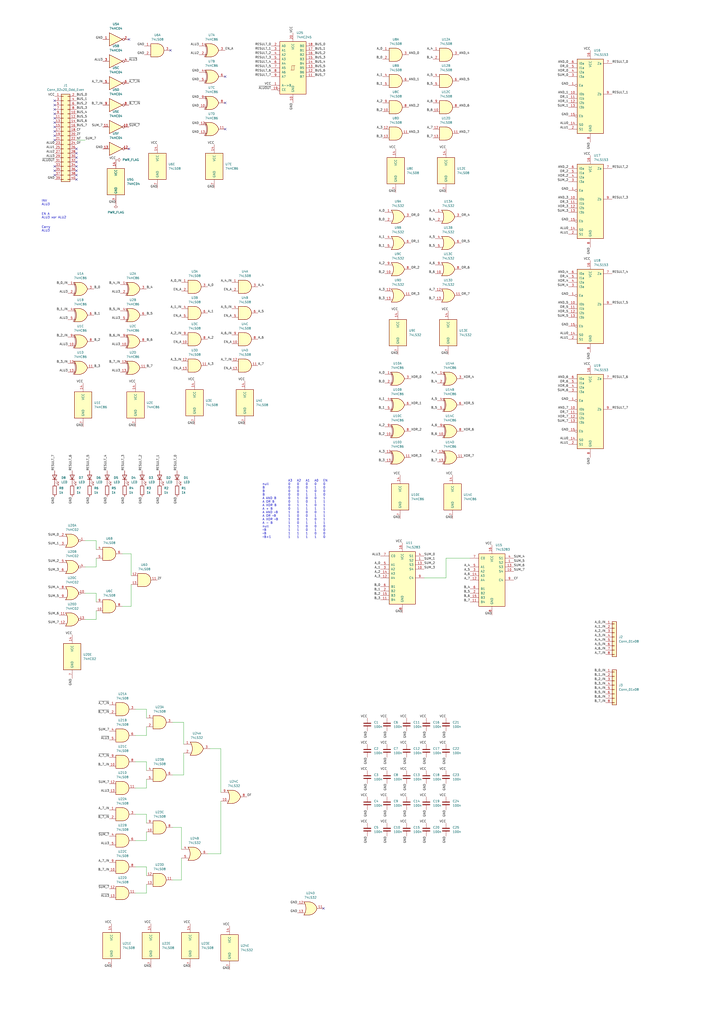
<source format=kicad_sch>
(kicad_sch (version 20211123) (generator eeschema)
  (paper "A2" portrait)
  (no_connect (at 130.81 59.69))
  (no_connect (at 130.81 44.45))
  (no_connect (at 130.81 74.93))
  (no_connect (at 31.75 73.66))
  (no_connect (at 31.75 71.12))
  (no_connect (at 31.75 68.58))
  (no_connect (at 31.75 78.74))
  (no_connect (at 31.75 76.2))
  (no_connect (at 31.75 66.04))
  (no_connect (at 31.75 63.5))
  (no_connect (at 31.75 60.96))
  (no_connect (at 44.45 91.44))
  (no_connect (at 44.45 88.9))
  (no_connect (at 44.45 86.36))
  (no_connect (at 31.75 81.28))
  (no_connect (at 44.45 99.06))
  (no_connect (at 44.45 96.52))
  (no_connect (at 44.45 93.98))
  (no_connect (at 31.75 96.52))
  (no_connect (at 99.06 29.21))
  (no_connect (at 74.93 22.86))
  (no_connect (at 187.96 527.05))
  (no_connect (at 44.45 104.14))
  (no_connect (at 31.75 101.6))
  (no_connect (at 31.75 99.06))
  (no_connect (at 31.75 58.42))
  (no_connect (at 74.93 86.36))
  (no_connect (at 44.45 101.6))
  (wire (pts (xy 55.88 313.69) (xy 55.88 318.77)))
  (wire (pts (xy 85.09 482.6) (xy 85.09 487.68)))
  (wire (pts (xy 128.27 434.34) (xy 121.92 434.34)))
  (wire (pts (xy 128.27 464.82) (xy 128.27 495.3)))
  (wire (pts (xy 76.2 351.79) (xy 76.2 339.09)))
  (wire (pts (xy 78.74 411.48) (xy 85.09 411.48)))
  (wire (pts (xy 85.09 452.12) (xy 85.09 457.2)))
  (wire (pts (xy 259.08 323.85) (xy 273.05 323.85)))
  (wire (pts (xy 78.74 441.96) (xy 85.09 441.96)))
  (wire (pts (xy 85.09 411.48) (xy 85.09 416.56)))
  (wire (pts (xy 76.2 321.31) (xy 76.2 334.01)))
  (wire (pts (xy 100.33 480.06) (xy 105.41 480.06)))
  (wire (pts (xy 259.08 335.28) (xy 259.08 323.85)))
  (wire (pts (xy 85.09 518.16) (xy 78.74 518.16)))
  (wire (pts (xy 105.41 497.84) (xy 105.41 510.54)))
  (wire (pts (xy 85.09 472.44) (xy 85.09 477.52)))
  (wire (pts (xy 106.68 419.1) (xy 100.33 419.1)))
  (wire (pts (xy 44.45 81.28) (xy 49.53 81.28)))
  (wire (pts (xy 85.09 487.68) (xy 78.74 487.68)))
  (wire (pts (xy 85.09 457.2) (xy 78.74 457.2)))
  (wire (pts (xy 49.53 328.93) (xy 55.88 328.93)))
  (wire (pts (xy 49.53 313.69) (xy 55.88 313.69)))
  (wire (pts (xy 106.68 431.8) (xy 106.68 419.1)))
  (wire (pts (xy 105.41 480.06) (xy 105.41 492.76)))
  (wire (pts (xy 55.88 328.93) (xy 55.88 323.85)))
  (wire (pts (xy 105.41 510.54) (xy 100.33 510.54)))
  (wire (pts (xy 106.68 449.58) (xy 100.33 449.58)))
  (wire (pts (xy 246.38 335.28) (xy 259.08 335.28)))
  (wire (pts (xy 128.27 459.74) (xy 128.27 434.34)))
  (wire (pts (xy 85.09 513.08) (xy 85.09 518.16)))
  (wire (pts (xy 55.88 344.17) (xy 55.88 349.25)))
  (wire (pts (xy 106.68 436.88) (xy 106.68 449.58)))
  (wire (pts (xy 71.12 321.31) (xy 76.2 321.31)))
  (wire (pts (xy 85.09 502.92) (xy 85.09 508)))
  (wire (pts (xy 85.09 441.96) (xy 85.09 447.04)))
  (wire (pts (xy 55.88 359.41) (xy 55.88 354.33)))
  (wire (pts (xy 85.09 421.64) (xy 85.09 426.72)))
  (wire (pts (xy 128.27 495.3) (xy 120.65 495.3)))
  (wire (pts (xy 78.74 472.44) (xy 85.09 472.44)))
  (wire (pts (xy 49.53 344.17) (xy 55.88 344.17)))
  (wire (pts (xy 78.74 502.92) (xy 85.09 502.92)))
  (wire (pts (xy 71.12 351.79) (xy 76.2 351.79)))
  (wire (pts (xy 49.53 359.41) (xy 55.88 359.41)))
  (wire (pts (xy 85.09 426.72) (xy 78.74 426.72)))
  (text "Carry\nALU3" (at 24.13 134.62 0) (effects (font (size 1.27 1.27)) (justify left bottom)))
  (text "EN A\nALU3 xor ALU2" (at 24.13 127 0) (effects (font (size 1.27 1.27)) (justify left bottom)))
  (text "INV\nALU3" (at 24.13 119.38 0) (effects (font (size 1.27 1.27)) (justify left bottom)))
  (text "			A3	A2	A1	A0	EN\nnull		0	0	0	0	0\nB			0	0	0	1	0\nB			0	0	1	0	0\nB			0	0	1	1	0\nA AND B		0	1	0	0	1\nA OR B		0	1	0	1	1\nA XOR B		0	1	1	0	1\nA + B		0	1	1	1	1\nA AND ~B	1	0	0	0	1\nA OR ~B		1	0	0	1	1\nA XOR ~B	1	0	1	0	1\nA - B		1	0	1	1	1\nnull		1	1	0	0	0\n~B			1	1	0	1	0\n~B			1	1	1	0	0\n~B+1		1	1	1	1	0\n" (at 152.4 312.42 0) (effects (font (size 1.27 1.27)) (justify left bottom)))
  (label "ALU3" (at 31.75 91.44 180))
  (label "B_3" (at 54.61 213.36 0))
  (label "B_0" (at 222.25 34.29 180))
  (label "OR_7" (at 330.2 240.03 180))
  (label "VCC" (at 231.14 180.34 180))
  (label "XOR_4" (at 330.2 163.83 180))
  (label "SUM_4" (at 298.45 323.85 0))
  (label "A_4_IN" (at 351.79 372.11 180))
  (label "SUM_5" (at 330.2 184.15 180))
  (label "GND" (at 124.46 109.22 180))
  (label "B_4_IN" (at 69.85 165.1 180))
  (label "A_2" (at 223.52 247.65 180))
  (label "GND" (at 115.57 57.15 180))
  (label "B_3" (at 222.25 80.01 180))
  (label "A_3" (at 223.52 262.89 180))
  (label "GND" (at 67.31 118.11 180))
  (label "VCC" (at 342.9 90.17 180))
  (label "A_3" (at 222.25 74.93 180))
  (label "B_3" (at 223.52 267.97 180))
  (label "A_1" (at 120.65 181.61 0))
  (label "A_7_IN" (at 63.5 500.38 180))
  (label "AND_7" (at 330.2 237.49 180))
  (label "A_4" (at 251.46 29.21 180))
  (label "VCC" (at 229.87 86.36 180))
  (label "B_7_IN" (at 351.79 407.67 180))
  (label "A_4" (at 273.05 328.93 180))
  (label "GND" (at 213.36 454.66 270))
  (label "~{ALU3}" (at 63.5 520.7 180))
  (label "B_6" (at 254 252.73 180))
  (label "AND_6" (at 330.2 219.71 180))
  (label "SUM_1" (at 246.38 325.12 0))
  (label "B_5" (at 85.09 182.88 0))
  (label "B_6_IN" (at 69.85 195.58 180))
  (label "XOR_1" (at 238.76 234.95 0))
  (label "ALU3" (at 39.37 200.66 180))
  (label "VCC" (at 247.65 477.52 180))
  (label "A_7" (at 149.86 212.09 0))
  (label "B_6" (at 273.05 346.71 180))
  (label "VCC" (at 260.35 180.34 180))
  (label "B_2_IN" (at 351.79 394.97 180))
  (label "A_0" (at 120.65 166.37 0))
  (label "GND" (at 342.9 204.47 270))
  (label "OR_5" (at 330.2 179.07 180))
  (label "A_0_IN" (at 351.79 361.95 180))
  (label "GND" (at 213.36 424.18 270))
  (label "RESULT_5" (at 52.07 273.05 90))
  (label "VCC" (at 133.35 537.21 180))
  (label "~{SUM_7}" (at 63.5 485.14 180))
  (label "VCC" (at 87.63 535.94 180))
  (label "GND" (at 260.35 205.74 180))
  (label "ALU3" (at 69.85 215.9 180))
  (label "AND_5" (at 266.7 46.99 0))
  (label "RESULT_5" (at 355.6 176.53 0))
  (label "EN_A" (at 105.41 184.15 180))
  (label "OR_3" (at 238.76 171.45 0))
  (label "ALU2" (at 115.57 31.75 180))
  (label "A_7" (at 254 262.89 180))
  (label "B_0_IN" (at 351.79 389.89 180))
  (label "VCC" (at 113.03 220.98 180))
  (label "B_0" (at 223.52 128.27 180))
  (label "BUS_6" (at 182.88 41.91 0))
  (label "XOR_3" (at 238.76 265.43 0))
  (label "B_1" (at 223.52 143.51 180))
  (label "ALU3" (at 69.85 170.18 180))
  (label "GND" (at 236.22 469.9 270))
  (label "BUS_5" (at 182.88 39.37 0))
  (label "A_6" (at 273.05 334.01 180))
  (label "GND" (at 259.08 454.66 270))
  (label "GND" (at 236.22 439.42 270))
  (label "GND" (at 236.22 454.66 270))
  (label "A_7" (at 273.05 336.55 180))
  (label "XOR_3" (at 330.2 120.65 180))
  (label "~{ALU3}" (at 74.93 35.56 0))
  (label "VCC" (at 48.26 222.25 180))
  (label "B_4" (at 251.46 34.29 180))
  (label "VCC" (at 259.08 447.04 180))
  (label "VCC" (at 213.36 431.8 180))
  (label "XOR_5" (at 269.24 234.95 0))
  (label "SUM_3" (at 34.29 331.47 180))
  (label "GND" (at 82.55 288.29 270))
  (label "BUS_2" (at 44.45 60.96 0))
  (label "A_0" (at 223.52 123.19 180))
  (label "B_5_IN" (at 69.85 180.34 180))
  (label "GND" (at 115.57 77.47 180))
  (label "RESULT_0" (at 102.87 273.05 90))
  (label "A_2_IN" (at 105.41 194.31 180))
  (label "VCC" (at 91.44 83.82 180))
  (label "A_7_IN" (at 63.5 469.9 180))
  (label "BUS_4" (at 182.88 36.83 0))
  (label "GND" (at 91.44 109.22 180))
  (label "SUM_1" (at 34.29 316.23 180))
  (label "GND" (at 213.36 485.14 270))
  (label "SUM_3" (at 330.2 123.19 180))
  (label "XOR_1" (at 330.2 59.69 180))
  (label "B_2" (at 220.98 345.44 180))
  (label "AND_2" (at 330.2 97.79 180))
  (label "BUS_0" (at 44.45 55.88 0))
  (label "A_6_IN" (at 134.62 194.31 180))
  (label "B_5" (at 254 237.49 180))
  (label "SUM_7" (at 298.45 331.47 0))
  (label "BUS_2" (at 182.88 31.75 0))
  (label "A_2" (at 222.25 59.69 180))
  (label "RESULT_1" (at 92.71 273.05 90))
  (label "B_7" (at 273.05 349.25 180))
  (label "B_0" (at 220.98 340.36 180))
  (label "GND" (at 41.91 288.29 270))
  (label "BUS_3" (at 182.88 34.29 0))
  (label "GND" (at 259.08 424.18 270))
  (label "GND" (at 170.18 59.69 270))
  (label "GND" (at 247.65 469.9 270))
  (label "B_7" (at 252.73 173.99 180))
  (label "ALU0" (at 330.2 255.27 180))
  (label "A_3" (at 220.98 335.28 180))
  (label "GND" (at 115.57 72.39 180))
  (label "B_0" (at 223.52 222.25 180))
  (label "OR_1" (at 238.76 140.97 0))
  (label "SUM_7" (at 34.29 361.95 180))
  (label "SUM_4" (at 34.29 341.63 180))
  (label "RESULT_2" (at 157.48 31.75 180))
  (label "A_4" (at 149.86 166.37 0))
  (label "GND" (at 115.57 46.99 180))
  (label "GND" (at 83.82 26.67 180))
  (label "~{ALUOUT}" (at 31.75 93.98 180))
  (label "B_1_IN" (at 39.37 180.34 180))
  (label "OR_6" (at 330.2 222.25 180))
  (label "VCC" (at 259.08 86.36 180))
  (label "GND" (at 213.36 439.42 270))
  (label "XOR_0" (at 238.76 219.71 0))
  (label "EN_A" (at 105.41 199.39 180))
  (label "VCC" (at 247.65 416.56 180))
  (label "CF" (at 298.45 336.55 0))
  (label "VCC" (at 78.74 222.25 180))
  (label "EN_A" (at 134.62 184.15 180))
  (label "A_2_IN" (at 351.79 367.03 180))
  (label "EN_A" (at 134.62 214.63 180))
  (label "B_3_IN" (at 351.79 397.51 180))
  (label "RESULT_7" (at 355.6 237.49 0))
  (label "BUS_3" (at 44.45 63.5 0))
  (label "ALU3" (at 39.37 215.9 180))
  (label "GND" (at 92.71 288.29 270))
  (label "EN_A" (at 134.62 168.91 180))
  (label "OR_4" (at 330.2 161.29 180))
  (label "ALU0" (at 330.2 133.35 180))
  (label "A_5" (at 251.46 44.45 180))
  (label "ALU3" (at 220.98 322.58 180))
  (label "B_7" (at 85.09 213.36 0))
  (label "SUM_6" (at 330.2 227.33 180))
  (label "B_2_IN" (at 39.37 195.58 180))
  (label "SUM_6" (at 34.29 356.87 180))
  (label "AND_3" (at 237.49 77.47 0))
  (label "B_7_IN" (at 59.69 60.96 180))
  (label "SUM_4" (at 330.2 166.37 180))
  (label "VCC" (at 31.75 55.88 180))
  (label "SUM_0" (at 34.29 311.15 180))
  (label "B_5" (at 251.46 49.53 180))
  (label "ALU0" (at 330.2 194.31 180))
  (label "VCC" (at 224.79 431.8 180))
  (label "GND" (at 247.65 485.14 270))
  (label "GND" (at 259.08 469.9 270))
  (label "A_4" (at 254 217.17 180))
  (label "GND" (at 342.9 143.51 270))
  (label "GND" (at 64.77 561.34 180))
  (label "VCC" (at 224.79 416.56 180))
  (label "VCC" (at 259.08 477.52 180))
  (label "VCC" (at 110.49 535.94 180))
  (label "A_6" (at 149.86 196.85 0))
  (label "OR_5" (at 267.97 140.97 0))
  (label "ALU1" (at 330.2 257.81 180))
  (label "VCC" (at 224.79 462.28 180))
  (label "GND" (at 330.2 49.53 180))
  (label "GND" (at 233.68 355.6 180))
  (label "~{A_7_IN}" (at 74.93 48.26 0))
  (label "BUS_1" (at 44.45 58.42 0))
  (label "B_0_IN" (at 39.37 165.1 180))
  (label "A_5" (at 273.05 331.47 180))
  (label "RESULT_6" (at 355.6 219.71 0))
  (label "B_7" (at 251.46 80.01 180))
  (label "CF" (at 44.45 76.2 0))
  (label "GND" (at 113.03 246.38 180))
  (label "OR_2" (at 330.2 100.33 180))
  (label "B_5" (at 273.05 344.17 180))
  (label "A_7" (at 251.46 74.93 180))
  (label "ALU3" (at 69.85 200.66 180))
  (label "A_1" (at 223.52 232.41 180))
  (label "B_4" (at 273.05 341.63 180))
  (label "~{A_7_IN}" (at 63.5 408.94 180))
  (label "A_5" (at 149.86 181.61 0))
  (label "B_1_IN" (at 351.79 392.43 180))
  (label "XOR_0" (at 330.2 41.91 180))
  (label "A_4_IN" (at 134.62 163.83 180))
  (label "BUS_4" (at 44.45 66.04 0))
  (label "NF" (at 44.45 81.28 0))
  (label "VCC" (at 236.22 431.8 180))
  (label "VCC" (at 232.41 275.59 180))
  (label "B_1" (at 222.25 49.53 180))
  (label "BUS_1" (at 182.88 29.21 0))
  (label "A_7_IN" (at 134.62 209.55 180))
  (label "OR_6" (at 267.97 156.21 0))
  (label "VCC" (at 213.36 447.04 180))
  (label "~{SUM_7}" (at 63.5 515.62 180))
  (label "XOR_7" (at 269.24 265.43 0))
  (label "EN_A" (at 134.62 199.39 180))
  (label "ALU2" (at 31.75 88.9 180))
  (label "A_2" (at 220.98 332.74 180))
  (label "A_1" (at 223.52 138.43 180))
  (label "GND" (at 232.41 300.99 180))
  (label "A_2" (at 223.52 153.67 180))
  (label "ALU3" (at 69.85 185.42 180))
  (label "SUM_0" (at 246.38 322.58 0))
  (label "B_4" (at 85.09 167.64 0))
  (label "AND_4" (at 330.2 158.75 180))
  (label "RESULT_3" (at 355.6 115.57 0))
  (label "A_7_IN" (at 59.69 48.26 180))
  (label "GND" (at 172.72 529.59 180))
  (label "GND" (at 31.75 104.14 180))
  (label "A_6" (at 252.73 153.67 180))
  (label "GND" (at 224.79 469.9 270))
  (label "B_7" (at 254 267.97 180))
  (label "VCC" (at 236.22 462.28 180))
  (label "B_6" (at 251.46 64.77 180))
  (label "VCC" (at 342.9 212.09 180))
  (label "B_1" (at 223.52 237.49 180))
  (label "VCC" (at 236.22 447.04 180))
  (label "ALU0" (at 330.2 72.39 180))
  (label "ALU3" (at 59.69 35.56 180))
  (label "A_5" (at 254 232.41 180))
  (label "GND" (at 231.14 205.74 180))
  (label "SUM_6" (at 298.45 328.93 0))
  (label "~{ALUOUT}" (at 157.48 52.07 180))
  (label "AND_6" (at 266.7 62.23 0))
  (label "GND" (at 342.9 265.43 270))
  (label "ALU3" (at 63.5 490.22 180))
  (label "A_0_IN" (at 105.41 163.83 180))
  (label "A_5_IN" (at 351.79 374.65 180))
  (label "GND" (at 59.69 22.86 180))
  (label "BUS_6" (at 44.45 71.12 0))
  (label "A_3_IN" (at 105.41 209.55 180))
  (label "AND_7" (at 266.7 77.47 0))
  (label "~{B_7_IN}" (at 74.93 60.96 0))
  (label "OF" (at 44.45 83.82 0))
  (label "ALU1" (at 330.2 74.93 180))
  (label "VCC" (at 236.22 416.56 180))
  (label "VCC" (at 247.65 447.04 180))
  (label "B_2" (at 223.52 252.73 180))
  (label "GND" (at 330.2 67.31 180))
  (label "A_1" (at 222.25 44.45 180))
  (label "A_3" (at 120.65 212.09 0))
  (label "A_0" (at 223.52 217.17 180))
  (label "GND" (at 142.24 246.38 180))
  (label "XOR_6" (at 269.24 250.19 0))
  (label "GND" (at 285.75 356.87 180))
  (label "SUM_2" (at 246.38 327.66 0))
  (label "B_5" (at 252.73 143.51 180))
  (label "VCC" (at 213.36 462.28 180))
  (label "GND" (at 52.07 288.29 270))
  (label "GND" (at 59.69 86.36 180))
  (label "ZF" (at 44.45 78.74 0))
  (label "~{SUM_7}" (at 74.93 73.66 0))
  (label "RESULT_7" (at 157.48 44.45 180))
  (label "B_6" (at 252.73 158.75 180))
  (label "GND" (at 330.2 189.23 180))
  (label "RESULT_1" (at 355.6 54.61 0))
  (label "AND_0" (at 237.49 31.75 0))
  (label "AND_1" (at 330.2 54.61 180))
  (label "SUM_7" (at 63.5 454.66 180))
  (label "GND" (at 172.72 524.51 180))
  (label "B_2" (at 54.61 198.12 0))
  (label "SUM_7" (at 63.5 424.18 180))
  (label "VCC" (at 342.9 151.13 180))
  (label "OR_2" (at 238.76 156.21 0))
  (label "SUM_3" (at 246.38 330.2 0))
  (label "GND" (at 115.57 41.91 180))
  (label "A_5" (at 252.73 138.43 180))
  (label "VCC" (at 213.36 416.56 180))
  (label "RESULT_3" (at 157.48 34.29 180))
  (label "B_7_IN" (at 63.5 505.46 180))
  (label "B_7_IN" (at 69.85 210.82 180))
  (label "SUM_1" (at 330.2 62.23 180))
  (label "GND" (at 133.35 562.61 180))
  (label "B_4" (at 254 222.25 180))
  (label "GND" (at 247.65 454.66 270))
  (label "GND" (at 48.26 247.65 180))
  (label "EN_A" (at 130.81 29.21 0))
  (label "~{ALU3}" (at 63.5 429.26 180))
  (label "GND" (at 330.2 110.49 180))
  (label "VCC" (at 213.36 477.52 180))
  (label "VCC" (at 259.08 416.56 180))
  (label "RESULT_0" (at 355.6 36.83 0))
  (label "A_7_IN" (at 351.79 379.73 180))
  (label "VCC" (at 259.08 431.8 180))
  (label "OR_0" (at 238.76 125.73 0))
  (label "A_6" (at 254 247.65 180))
  (label "RESULT_0" (at 157.48 26.67 180))
  (label "RESULT_2" (at 355.6 97.79 0))
  (label "ALU3" (at 39.37 170.18 180))
  (label "VCC" (at 285.75 316.23 180))
  (label "GND" (at 224.79 454.66 270))
  (label "GND" (at 62.23 288.29 270))
  (label "RESULT_2" (at 82.55 273.05 90))
  (label "GND" (at 224.79 424.18 270))
  (label "~{B_7_IN}" (at 63.5 474.98 180))
  (label "A_1" (at 220.98 330.2 180))
  (label "ALU1" (at 330.2 135.89 180))
  (label "ALU1" (at 31.75 86.36 180))
  (label "BUS_5" (at 44.45 68.58 0))
  (label "RESULT_5" (at 157.48 39.37 180))
  (label "VCC" (at 259.08 462.28 180))
  (label "VCC" (at 64.77 535.94 180))
  (label "A_6_IN" (at 351.79 377.19 180))
  (label "B_2" (at 223.52 158.75 180))
  (label "VCC" (at 170.18 19.05 90))
  (label "GND" (at 259.08 111.76 180))
  (label "GND" (at 330.2 128.27 180))
  (label "VCC" (at 124.46 83.82 180))
  (label "A_2" (at 120.65 196.85 0))
  (label "B_0" (at 54.61 167.64 0))
  (label "GND" (at 87.63 561.34 180))
  (label "GND" (at 224.79 439.42 270))
  (label "SUM_7" (at 49.53 81.28 0))
  (label "VCC" (at 67.31 92.71 180))
  (label "GND" (at 330.2 250.19 180))
  (label "SUM_5" (at 34.29 346.71 180))
  (label "GND" (at 83.82 31.75 180))
  (label "B_1" (at 54.61 182.88 0))
  (label "RESULT_3" (at 72.39 273.05 90))
  (label "GND" (at 247.65 439.42 270))
  (label "A_1_IN" (at 105.41 179.07 180))
  (label "VCC" (at 247.65 462.28 180))
  (label "SUM_5" (at 298.45 326.39 0))
  (label "OR_4" (at 267.97 125.73 0))
  (label "ALU3" (at 63.5 459.74 180))
  (label "SUM_7" (at 59.69 73.66 180))
  (label "~{B_7_IN}" (at 63.5 414.02 180))
  (label "RESULT_4" (at 62.23 273.05 90))
  (label "GND" (at 102.87 288.29 270))
  (label "XOR_2" (at 330.2 102.87 180))
  (label "GND" (at 72.39 288.29 270))
  (label "XOR_4" (at 269.24 219.71 0))
  (label "GND" (at 330.2 171.45 180))
  (label "A_1_IN" (at 351.79 364.49 180))
  (label "EN_A" (at 105.41 214.63 180))
  (label "ALU0" (at 31.75 83.82 180))
  (label "A_0" (at 222.25 29.21 180))
  (label "AND_1" (at 237.49 46.99 0))
  (label "BUS_7" (at 182.88 44.45 0))
  (label "EN_A" (at 105.41 168.91 180))
  (label "A_6" (at 251.46 59.69 180))
  (label "OR_3" (at 330.2 118.11 180))
  (label "SUM_7" (at 330.2 245.11 180))
  (label "GND" (at 78.74 247.65 180))
  (label "A_7" (at 252.73 168.91 180))
  (label "ALU1" (at 330.2 196.85 180))
  (label "BUS_7" (at 44.45 73.66 0))
  (label "XOR_5" (at 330.2 181.61 180))
  (label "ZF" (at 91.44 336.55 0))
  (label "B_3" (at 223.52 173.99 180))
  (label "GND" (at 229.87 111.76 180))
  (label "B_6" (at 85.09 198.12 0))
  (label "B_4_IN" (at 351.79 400.05 180))
  (label "B_2" (at 222.25 64.77 180))
  (label "AND_2" (at 237.49 62.23 0))
  (label "SUM_0" (at 330.2 44.45 180))
  (label "A_3" (at 223.52 168.91 180))
  (label "VCC" (at 224.79 447.04 180))
  (label "A_0" (at 220.98 327.66 180))
  (label "ALU3" (at 115.57 26.67 180))
  (label "XOR_6" (at 330.2 224.79 180))
  (label "GND" (at 330.2 232.41 180))
  (label "B_5_IN" (at 351.79 402.59 180))
  (label "B_7_IN" (at 63.5 444.5 180))
  (label "VCC" (at 142.24 220.98 180))
  (label "B_3_IN" (at 39.37 210.82 180))
  (label "VCC" (at 342.9 29.21 180))
  (label "GND" (at 115.57 62.23 180))
  (label "XOR_2" (at 238.76 250.19 0))
  (label "SUM_2" (at 330.2 105.41 180))
  (label "AND_5" (at 330.2 176.53 180))
  (label "GND" (at 41.91 393.7 270))
  (label "B_1" (at 220.98 342.9 180))
  (label "B_3" (at 220.98 347.98 180))
  (label "BUS_0" (at 182.88 26.67 0))
  (label "GND" (at 236.22 424.18 270))
  (label "A_5_IN" (at 134.62 179.07 180))
  (label "VCC" (at 233.68 314.96 180))
  (label "A_3_IN" (at 351.79 369.57 180))
  (label "VCC" (at 262.89 275.59 180))
  (label "GND" (at 342.9 82.55 270))
  (label "AND_3" (at 330.2 115.57 180))
  (label "RESULT_1" (at 157.48 29.21 180))
  (label "VCC" (at 236.22 477.52 180))
  (label "GND" (at 262.89 300.99 180))
  (label "OF" (at 143.51 462.28 0))
  (label "XOR_7" (at 330.2 242.57 180))
  (label "GND" (at 224.79 485.14 270))
  (label "VCC" (at 224.79 477.52 180))
  (label "ALU3" (at 39.37 185.42 180))
  (label "AND_0" (at 330.2 36.83 180))
  (label "OR_7" (at 267.97 171.45 0))
  (label "GND" (at 213.36 469.9 270))
  (label "RESULT_7" (at 31.75 273.05 90))
  (label "~{A_7_IN}" (at 63.5 439.42 180))
  (label "VCC" (at 157.48 49.53 180))
  (label "GND" (at 259.08 485.14 270))
  (label "VCC" (at 41.91 368.3 180))
  (label "RESULT_6" (at 41.91 273.05 90))
  (label "AND_4" (at 266.7 31.75 0))
  (label "GND" (at 31.75 288.29 270))
  (label "GND" (at 247.65 424.18 270))
  (label "GND" (at 236.22 485.14 270))
  (label "RESULT_6" (at 157.48 41.91 180))
  (label "A_4" (at 252.73 123.19 180))
  (label "RESULT_4" (at 355.6 158.75 0))
  (label "SUM_2" (at 34.29 326.39 180))
  (label "B_6_IN" (at 351.79 405.13 180))
  (label "RESULT_4" (at 157.48 36.83 180))
  (label "OR_1" (at 330.2 57.15 180))
  (label "OR_0" (at 330.2 39.37 180))
  (label "GND" (at 110.49 561.34 180))
  (label "VCC" (at 247.65 431.8 180))
  (label "GND" (at 259.08 439.42 270))
  (label "B_4" (at 252.73 128.27 180))
  (symbol (lib_id "74xx:74HC02") (at 41.91 359.41 0) (unit 4)
    (property "Reference" "U20" (at 41.91 350.52 0))
    (property "Value" "74HC02" (at 41.91 353.06 0))
    (property "Footprint" "Package_DIP:DIP-14_W7.62mm_LongPads" (effects hide))
    (property "Datasheet" "http://www.ti.com/lit/gpn/sn74hc02" (effects hide))
    (property "oc_mouser" "595-SN74HC02AN" (effects hide))
  )
  (symbol (lib_id "74xx:74LS32") (at 231.14 193.04 0) (unit 5)
    (property "Reference" "U9" (at 237.49 191.7699 0) (effects (justify left)))
    (property "Value" "74LS32" (at 237.49 194.3099 0) (effects (justify left)))
    (property "Footprint" "Package_DIP:DIP-14_W7.62mm_LongPads" (effects hide))
    (property "Datasheet" "http://www.ti.com/lit/gpn/sn74LS32" (effects hide))
    (property "oc_mouser" "595-SN74HC32N" (effects hide))
  )
  (symbol (lib_id "74xx:74HC04") (at 67.31 48.26 0) (unit 3)
    (property "Reference" "U5" (at 67.31 39.37 0))
    (property "Value" "74HC04" (at 67.31 41.91 0))
    (property "Footprint" "Package_DIP:DIP-14_W7.62mm_LongPads" (effects hide))
    (property "Datasheet" "https://assets.nexperia.com/documents/data-sheet/74HC_HCT04.pdf" (effects hide))
    (property "oc_mouser" "595-SN74HC04N" (effects hide))
  )
  (symbol (lib_id "74xx:74LS08") (at 87.63 548.64 0) (unit 5)
    (property "Reference" "U22" (at 93.98 547.3699 0) (effects (justify left)))
    (property "Value" "74LS08" (at 93.98 549.9099 0) (effects (justify left)))
    (property "Footprint" "Package_DIP:DIP-14_W7.62mm_LongPads" (effects hide))
    (property "Datasheet" "http://www.ti.com/lit/gpn/sn74LS08" (effects hide))
    (property "oc_mouser" "595-SN74HC08AN" (effects hide))
  )
  (symbol (lib_id "74xx:74HC86") (at 46.99 198.12 0) (unit 3)
    (property "Reference" "U1" (at 46.6852 189.23 0))
    (property "Value" "74HC86" (at 46.6852 191.77 0))
    (property "Footprint" "Package_DIP:DIP-14_W7.62mm_LongPads" (effects hide))
    (property "Datasheet" "http://www.ti.com/lit/gpn/sn74HC86" (effects hide))
    (property "oc_mouser" "595-CD74HCT86E" (effects hide))
  )
  (symbol (lib_id "74xx:74HC02") (at 41.91 313.69 0) (unit 1)
    (property "Reference" "U20" (at 41.91 304.8 0))
    (property "Value" "74HC02" (at 41.91 307.34 0))
    (property "Footprint" "Package_DIP:DIP-14_W7.62mm_LongPads" (effects hide))
    (property "Datasheet" "http://www.ti.com/lit/gpn/sn74hc02" (effects hide))
    (property "oc_mouser" "595-SN74HC02AN" (effects hide))
  )
  (symbol (lib_id "Device:LED") (at 92.71 276.86 90) (unit 1)
    (property "Reference" "D2" (at 96.52 277.1774 90) (effects (justify right)))
    (property "Value" "LED" (at 96.52 279.7174 90) (effects (justify right)))
    (property "Footprint" "LED_THT:LED_D5.0mm" (effects hide))
  )
  (symbol (lib_id "Device:C") (at 224.79 481.33 0) (unit 1)
    (property "Reference" "C10" (at 228.6 480.0599 0) (effects (justify left)))
    (property "Value" "100n" (at 228.6 482.5999 0) (effects (justify left)))
    (property "Footprint" "Capacitor_THT:C_Disc_D5.0mm_W2.5mm_P5.00mm" (effects hide))
  )
  (symbol (lib_id "Device:R") (at 102.87 284.48 0) (unit 1)
    (property "Reference" "R1" (at 105.41 283.2099 0) (effects (justify left)))
    (property "Value" "1k" (at 105.41 285.7499 0) (effects (justify left)))
    (property "Footprint" "Resistor_THT:R_Axial_DIN0207_L6.3mm_D2.5mm_P7.62mm_Horizontal" (effects hide))
  )
  (symbol (lib_id "Device:R") (at 31.75 284.48 0) (unit 1)
    (property "Reference" "R8" (at 34.29 283.2099 0) (effects (justify left)))
    (property "Value" "1k" (at 34.29 285.7499 0) (effects (justify left)))
    (property "Footprint" "Resistor_THT:R_Axial_DIN0207_L6.3mm_D2.5mm_P7.62mm_Horizontal" (effects hide))
  )
  (symbol (lib_id "74xx:74LS08") (at 71.12 518.16 0) (unit 4)
    (property "Reference" "U22" (at 71.12 509.27 0))
    (property "Value" "74LS08" (at 71.12 511.81 0))
    (property "Footprint" "Package_DIP:DIP-14_W7.62mm_LongPads" (effects hide))
    (property "Datasheet" "http://www.ti.com/lit/gpn/sn74LS08" (effects hide))
    (property "oc_mouser" "595-SN74HC08AN" (effects hide))
  )
  (symbol (lib_id "Device:C") (at 224.79 466.09 0) (unit 1)
    (property "Reference" "C9" (at 228.6 464.8199 0) (effects (justify left)))
    (property "Value" "100n" (at 228.6 467.3599 0) (effects (justify left)))
    (property "Footprint" "Capacitor_THT:C_Disc_D5.0mm_W2.5mm_P5.00mm" (effects hide))
  )
  (symbol (lib_id "74xx:74LS08") (at 91.44 29.21 0) (unit 1)
    (property "Reference" "U6" (at 91.44 20.32 0))
    (property "Value" "74LS08" (at 91.44 22.86 0))
    (property "Footprint" "Package_DIP:DIP-14_W7.62mm_LongPads" (effects hide))
    (property "Datasheet" "http://www.ti.com/lit/gpn/sn74LS08" (effects hide))
    (property "oc_mouser" "595-SN74HC08AN" (effects hide))
  )
  (symbol (lib_id "74xx:74HC86") (at 123.19 59.69 0) (unit 3)
    (property "Reference" "U7" (at 122.8852 50.8 0))
    (property "Value" "74HC86" (at 122.8852 53.34 0))
    (property "Footprint" "Package_DIP:DIP-14_W7.62mm_LongPads" (effects hide))
    (property "Datasheet" "http://www.ti.com/lit/gpn/sn74HC86" (effects hide))
    (property "oc_mouser" "595-CD74HCT86E" (effects hide))
  )
  (symbol (lib_id "74xx:74LS32") (at 260.35 140.97 0) (unit 2)
    (property "Reference" "U13" (at 260.35 132.08 0))
    (property "Value" "74LS32" (at 260.35 134.62 0))
    (property "Footprint" "Package_DIP:DIP-14_W7.62mm_LongPads" (effects hide))
    (property "Datasheet" "http://www.ti.com/lit/gpn/sn74LS32" (effects hide))
    (property "oc_mouser" "595-SN74HC32N" (effects hide))
  )
  (symbol (lib_id "Device:R") (at 62.23 284.48 0) (unit 1)
    (property "Reference" "R5" (at 64.77 283.2099 0) (effects (justify left)))
    (property "Value" "1k" (at 64.77 285.7499 0) (effects (justify left)))
    (property "Footprint" "Resistor_THT:R_Axial_DIN0207_L6.3mm_D2.5mm_P7.62mm_Horizontal" (effects hide))
  )
  (symbol (lib_id "74xx:74HC02") (at 41.91 328.93 0) (unit 2)
    (property "Reference" "U20" (at 41.91 320.04 0))
    (property "Value" "74HC02" (at 41.91 322.58 0))
    (property "Footprint" "Package_DIP:DIP-14_W7.62mm_LongPads" (effects hide))
    (property "Datasheet" "http://www.ti.com/lit/gpn/sn74hc02" (effects hide))
    (property "oc_mouser" "595-SN74HC02AN" (effects hide))
  )
  (symbol (lib_id "Device:C") (at 247.65 466.09 0) (unit 1)
    (property "Reference" "C19" (at 251.46 464.8199 0) (effects (justify left)))
    (property "Value" "100n" (at 251.46 467.3599 0) (effects (justify left)))
    (property "Footprint" "Capacitor_THT:C_Disc_D5.0mm_W2.5mm_P5.00mm" (effects hide))
  )
  (symbol (lib_id "74xx:74LS08") (at 91.44 96.52 0) (unit 5)
    (property "Reference" "U6" (at 97.79 95.2499 0) (effects (justify left)))
    (property "Value" "74LS08" (at 97.79 97.7899 0) (effects (justify left)))
    (property "Footprint" "Package_DIP:DIP-14_W7.62mm_LongPads" (effects hide))
    (property "Datasheet" "http://www.ti.com/lit/gpn/sn74LS08" (effects hide))
    (property "oc_mouser" "595-SN74HC08AN" (effects hide))
  )
  (symbol (lib_id "74xx:74LS32") (at 231.14 125.73 0) (unit 1)
    (property "Reference" "U9" (at 231.14 116.84 0))
    (property "Value" "74LS32" (at 231.14 119.38 0))
    (property "Footprint" "Package_DIP:DIP-14_W7.62mm_LongPads" (effects hide))
    (property "Datasheet" "http://www.ti.com/lit/gpn/sn74LS32" (effects hide))
    (property "oc_mouser" "595-SN74HC32N" (effects hide))
  )
  (symbol (lib_id "Device:C") (at 236.22 420.37 0) (unit 1)
    (property "Reference" "C11" (at 240.03 419.0999 0) (effects (justify left)))
    (property "Value" "100n" (at 240.03 421.6399 0) (effects (justify left)))
    (property "Footprint" "Capacitor_THT:C_Disc_D5.0mm_W2.5mm_P5.00mm" (effects hide))
  )
  (symbol (lib_id "Device:C") (at 224.79 450.85 0) (unit 1)
    (property "Reference" "C8" (at 228.6 449.5799 0) (effects (justify left)))
    (property "Value" "100n" (at 228.6 452.1199 0) (effects (justify left)))
    (property "Footprint" "Capacitor_THT:C_Disc_D5.0mm_W2.5mm_P5.00mm" (effects hide))
  )
  (symbol (lib_id "Device:LED") (at 72.39 276.86 90) (unit 1)
    (property "Reference" "D4" (at 76.2 277.1774 90) (effects (justify right)))
    (property "Value" "LED" (at 76.2 279.7174 90) (effects (justify right)))
    (property "Footprint" "LED_THT:LED_D5.0mm" (effects hide))
  )
  (symbol (lib_id "Device:LED") (at 102.87 276.86 90) (unit 1)
    (property "Reference" "D1" (at 106.68 277.1774 90) (effects (justify right)))
    (property "Value" "LED" (at 106.68 279.7174 90) (effects (justify right)))
    (property "Footprint" "LED_THT:LED_D5.0mm" (effects hide))
  )
  (symbol (lib_id "74xx:74HC86") (at 261.62 265.43 0) (unit 4)
    (property "Reference" "U14" (at 261.3152 256.54 0))
    (property "Value" "74HC86" (at 261.3152 259.08 0))
    (property "Footprint" "Package_DIP:DIP-14_W7.62mm_LongPads" (effects hide))
    (property "Datasheet" "http://www.ti.com/lit/gpn/sn74HC86" (effects hide))
    (property "oc_mouser" "595-CD74HCT86E" (effects hide))
  )
  (symbol (lib_id "Device:C") (at 236.22 435.61 0) (unit 1)
    (property "Reference" "C12" (at 240.03 434.3399 0) (effects (justify left)))
    (property "Value" "100n" (at 240.03 436.8799 0) (effects (justify left)))
    (property "Footprint" "Capacitor_THT:C_Disc_D5.0mm_W2.5mm_P5.00mm" (effects hide))
  )
  (symbol (lib_id "Device:LED") (at 52.07 276.86 90) (unit 1)
    (property "Reference" "D6" (at 55.88 277.1774 90) (effects (justify right)))
    (property "Value" "LED" (at 55.88 279.7174 90) (effects (justify right)))
    (property "Footprint" "LED_THT:LED_D5.0mm" (effects hide))
  )
  (symbol (lib_id "Device:C") (at 236.22 481.33 0) (unit 1)
    (property "Reference" "C15" (at 240.03 480.0599 0) (effects (justify left)))
    (property "Value" "100n" (at 240.03 482.5999 0) (effects (justify left)))
    (property "Footprint" "Capacitor_THT:C_Disc_D5.0mm_W2.5mm_P5.00mm" (effects hide))
  )
  (symbol (lib_id "Device:C") (at 247.65 420.37 0) (unit 1)
    (property "Reference" "C16" (at 251.46 419.0999 0) (effects (justify left)))
    (property "Value" "100n" (at 251.46 421.6399 0) (effects (justify left)))
    (property "Footprint" "Capacitor_THT:C_Disc_D5.0mm_W2.5mm_P5.00mm" (effects hide))
  )
  (symbol (lib_id "Device:C") (at 224.79 435.61 0) (unit 1)
    (property "Reference" "C7" (at 228.6 434.3399 0) (effects (justify left)))
    (property "Value" "100n" (at 228.6 436.8799 0) (effects (justify left)))
    (property "Footprint" "Capacitor_THT:C_Disc_D5.0mm_W2.5mm_P5.00mm" (effects hide))
  )
  (symbol (lib_id "74xx:74LS08") (at 142.24 196.85 0) (unit 3)
    (property "Reference" "U4" (at 142.24 187.96 0))
    (property "Value" "74LS08" (at 142.24 190.5 0))
    (property "Footprint" "Package_DIP:DIP-14_W7.62mm_LongPads" (effects hide))
    (property "Datasheet" "http://www.ti.com/lit/gpn/sn74LS08" (effects hide))
    (property "oc_mouser" "595-SN74HC08AN" (effects hide))
  )
  (symbol (lib_id "74xx:74LS32") (at 260.35 156.21 0) (unit 3)
    (property "Reference" "U13" (at 260.35 147.32 0))
    (property "Value" "74LS32" (at 260.35 149.86 0))
    (property "Footprint" "Package_DIP:DIP-14_W7.62mm_LongPads" (effects hide))
    (property "Datasheet" "http://www.ti.com/lit/gpn/sn74LS32" (effects hide))
    (property "oc_mouser" "595-SN74HC32N" (effects hide))
  )
  (symbol (lib_id "74xx:74LS08") (at 229.87 77.47 0) (unit 4)
    (property "Reference" "U8" (at 229.87 68.58 0))
    (property "Value" "74LS08" (at 229.87 71.12 0))
    (property "Footprint" "Package_DIP:DIP-14_W7.62mm_LongPads" (effects hide))
    (property "Datasheet" "http://www.ti.com/lit/gpn/sn74LS08" (effects hide))
    (property "oc_mouser" "595-SN74HC08AN" (effects hide))
  )
  (symbol (lib_id "74xx:74HC86") (at 77.47 213.36 0) (unit 4)
    (property "Reference" "U2" (at 77.1652 204.47 0))
    (property "Value" "74HC86" (at 77.1652 207.01 0))
    (property "Footprint" "Package_DIP:DIP-14_W7.62mm_LongPads" (effects hide))
    (property "Datasheet" "http://www.ti.com/lit/gpn/sn74HC86" (effects hide))
    (property "oc_mouser" "595-CD74HCT86E" (effects hide))
  )
  (symbol (lib_id "74xx:74HC86") (at 123.19 74.93 0) (unit 4)
    (property "Reference" "U7" (at 122.8852 66.04 0))
    (property "Value" "74HC86" (at 122.8852 68.58 0))
    (property "Footprint" "Package_DIP:DIP-14_W7.62mm_LongPads" (effects hide))
    (property "Datasheet" "http://www.ti.com/lit/gpn/sn74HC86" (effects hide))
    (property "oc_mouser" "595-CD74HCT86E" (effects hide))
  )
  (symbol (lib_id "74xx:74LS08") (at 71.12 457.2 0) (unit 4)
    (property "Reference" "U21" (at 71.12 448.31 0))
    (property "Value" "74LS08" (at 71.12 450.85 0))
    (property "Footprint" "Package_DIP:DIP-14_W7.62mm_LongPads" (effects hide))
    (property "Datasheet" "http://www.ti.com/lit/gpn/sn74LS08" (effects hide))
    (property "oc_mouser" "595-SN74HC08AN" (effects hide))
  )
  (symbol (lib_id "74xx:74HC86") (at 46.99 182.88 0) (unit 2)
    (property "Reference" "U1" (at 46.6852 173.99 0))
    (property "Value" "74HC86" (at 46.6852 176.53 0))
    (property "Footprint" "Package_DIP:DIP-14_W7.62mm_LongPads" (effects hide))
    (property "Datasheet" "http://www.ti.com/lit/gpn/sn74HC86" (effects hide))
    (property "oc_mouser" "595-CD74HCT86E" (effects hide))
  )
  (symbol (lib_id "74xx:74HC04") (at 67.31 35.56 0) (unit 2)
    (property "Reference" "U5" (at 67.31 26.67 0))
    (property "Value" "74HC04" (at 67.31 29.21 0))
    (property "Footprint" "Package_DIP:DIP-14_W7.62mm_LongPads" (effects hide))
    (property "Datasheet" "https://assets.nexperia.com/documents/data-sheet/74HC_HCT04.pdf" (effects hide))
    (property "oc_mouser" "595-SN74HC04N" (effects hide))
  )
  (symbol (lib_id "Device:LED") (at 31.75 276.86 90) (unit 1)
    (property "Reference" "D8" (at 35.56 277.1774 90) (effects (justify right)))
    (property "Value" "LED" (at 35.56 279.7174 90) (effects (justify right)))
    (property "Footprint" "LED_THT:LED_D5.0mm" (effects hide))
  )
  (symbol (lib_id "74xx:74LS08") (at 142.24 212.09 0) (unit 4)
    (property "Reference" "U4" (at 142.24 203.2 0))
    (property "Value" "74LS08" (at 142.24 205.74 0))
    (property "Footprint" "Package_DIP:DIP-14_W7.62mm_LongPads" (effects hide))
    (property "Datasheet" "http://www.ti.com/lit/gpn/sn74LS08" (effects hide))
    (property "oc_mouser" "595-SN74HC08AN" (effects hide))
  )
  (symbol (lib_id "74xx:74HC86") (at 231.14 265.43 0) (unit 4)
    (property "Reference" "U10" (at 230.8352 256.54 0))
    (property "Value" "74HC86" (at 230.8352 259.08 0))
    (property "Footprint" "Package_DIP:DIP-14_W7.62mm_LongPads" (effects hide))
    (property "Datasheet" "http://www.ti.com/lit/gpn/sn74HC86" (effects hide))
    (property "oc_mouser" "595-CD74HCT86E" (effects hide))
  )
  (symbol (lib_id "74xx:74LS08") (at 113.03 181.61 0) (unit 2)
    (property "Reference" "U3" (at 113.03 172.72 0))
    (property "Value" "74LS08" (at 113.03 175.26 0))
    (property "Footprint" "Package_DIP:DIP-14_W7.62mm_LongPads" (effects hide))
    (property "Datasheet" "http://www.ti.com/lit/gpn/sn74LS08" (effects hide))
    (property "oc_mouser" "595-SN74HC08AN" (effects hide))
  )
  (symbol (lib_id "74xx:74LS08") (at 71.12 426.72 0) (unit 2)
    (property "Reference" "U21" (at 71.12 417.83 0))
    (property "Value" "74LS08" (at 71.12 420.37 0))
    (property "Footprint" "Package_DIP:DIP-14_W7.62mm_LongPads" (effects hide))
    (property "Datasheet" "http://www.ti.com/lit/gpn/sn74LS08" (effects hide))
    (property "oc_mouser" "595-SN74HC08AN" (effects hide))
  )
  (symbol (lib_id "74xx:74LS32") (at 260.35 171.45 0) (unit 4)
    (property "Reference" "U13" (at 260.35 162.56 0))
    (property "Value" "74LS32" (at 260.35 165.1 0))
    (property "Footprint" "Package_DIP:DIP-14_W7.62mm_LongPads" (effects hide))
    (property "Datasheet" "http://www.ti.com/lit/gpn/sn74LS32" (effects hide))
    (property "oc_mouser" "595-SN74HC32N" (effects hide))
  )
  (symbol (lib_id "74xx:74LS08") (at 83.82 336.55 0) (unit 4)
    (property "Reference" "U6" (at 83.82 327.66 0))
    (property "Value" "74LS08" (at 83.82 330.2 0))
    (property "Footprint" "Package_DIP:DIP-14_W7.62mm_LongPads" (effects hide))
    (property "Datasheet" "http://www.ti.com/lit/gpn/sn74LS08" (effects hide))
    (property "oc_mouser" "595-SN74HC08AN" (effects hide))
  )
  (symbol (lib_id "74xx:74HC245") (at 170.18 39.37 0) (unit 1)
    (property "Reference" "U25" (at 172.1994 19.05 0) (effects (justify left)))
    (property "Value" "74HC245" (at 172.1994 21.59 0) (effects (justify left)))
    (property "Footprint" "Package_DIP:DIP-20_W7.62mm_LongPads" (effects hide))
    (property "Datasheet" "http://www.ti.com/lit/gpn/sn74HC245" (effects hide))
    (property "oc_mouser" "595-SN74HC245N" (effects hide))
  )
  (symbol (lib_id "74xx:74LS283") (at 233.68 335.28 0) (unit 1)
    (property "Reference" "U11" (at 235.6994 314.96 0) (effects (justify left)))
    (property "Value" "74LS283" (at 235.6994 317.5 0) (effects (justify left)))
    (property "Footprint" "Package_DIP:DIP-16_W7.62mm_LongPads" (effects hide))
    (property "Datasheet" "http://www.ti.com/lit/gpn/sn74LS283" (effects hide))
    (property "oc_mouser" "595-CD74HC283E" (effects hide))
  )
  (symbol (lib_id "74xx:74LS153") (at 342.9 54.61 0) (unit 1)
    (property "Reference" "U16" (at 344.9194 29.21 0) (effects (justify left)))
    (property "Value" "74LS153" (at 344.9194 31.75 0) (effects (justify left)))
    (property "Footprint" "Package_DIP:DIP-16_W7.62mm_LongPads" (effects hide))
    (property "Datasheet" "http://www.ti.com/lit/gpn/sn74LS153" (effects hide))
    (property "oc_mouser" "595-SN74HC153N" (effects hide))
  )
  (symbol (lib_id "74xx:74HC86") (at 77.47 182.88 0) (unit 2)
    (property "Reference" "U2" (at 77.1652 173.99 0))
    (property "Value" "74HC86" (at 77.1652 176.53 0))
    (property "Footprint" "Package_DIP:DIP-14_W7.62mm_LongPads" (effects hide))
    (property "Datasheet" "http://www.ti.com/lit/gpn/sn74HC86" (effects hide))
    (property "oc_mouser" "595-CD74HCT86E" (effects hide))
  )
  (symbol (lib_id "power:PWR_FLAG") (at 67.31 92.71 270) (unit 1)
    (property "Reference" "#FLG0101" (effects hide))
    (property "Value" "PWR_FLAG" (at 71.12 92.7099 90) (effects (justify left)))
  )
  (symbol (lib_id "Device:C") (at 236.22 466.09 0) (unit 1)
    (property "Reference" "C14" (at 240.03 464.8199 0) (effects (justify left)))
    (property "Value" "100n" (at 240.03 467.3599 0) (effects (justify left)))
    (property "Footprint" "Capacitor_THT:C_Disc_D5.0mm_W2.5mm_P5.00mm" (effects hide))
  )
  (symbol (lib_id "74xx:74LS08") (at 259.08 46.99 0) (unit 2)
    (property "Reference" "U12" (at 259.08 38.1 0))
    (property "Value" "74LS08" (at 259.08 40.64 0))
    (property "Footprint" "Package_DIP:DIP-14_W7.62mm_LongPads" (effects hide))
    (property "Datasheet" "http://www.ti.com/lit/gpn/sn74LS08" (effects hide))
    (property "oc_mouser" "595-SN74HC08AN" (effects hide))
  )
  (symbol (lib_id "74xx:74HC86") (at 262.89 288.29 0) (unit 5)
    (property "Reference" "U14" (at 269.24 287.0199 0) (effects (justify left)))
    (property "Value" "74HC86" (at 269.24 289.5599 0) (effects (justify left)))
    (property "Footprint" "Package_DIP:DIP-14_W7.62mm_LongPads" (effects hide))
    (property "Datasheet" "http://www.ti.com/lit/gpn/sn74HC86" (effects hide))
    (property "oc_mouser" "595-CD74HCT86E" (effects hide))
  )
  (symbol (lib_id "74xx:74LS32") (at 260.35 125.73 0) (unit 1)
    (property "Reference" "U13" (at 260.35 116.84 0))
    (property "Value" "74LS32" (at 260.35 119.38 0))
    (property "Footprint" "Package_DIP:DIP-14_W7.62mm_LongPads" (effects hide))
    (property "Datasheet" "http://www.ti.com/lit/gpn/sn74LS32" (effects hide))
    (property "oc_mouser" "595-SN74HC32N" (effects hide))
  )
  (symbol (lib_id "74xx:74HC86") (at 261.62 219.71 0) (unit 1)
    (property "Reference" "U14" (at 261.3152 210.82 0))
    (property "Value" "74HC86" (at 261.3152 213.36 0))
    (property "Footprint" "Package_DIP:DIP-14_W7.62mm_LongPads" (effects hide))
    (property "Datasheet" "http://www.ti.com/lit/gpn/sn74HC86" (effects hide))
    (property "oc_mouser" "595-CD74HCT86E" (effects hide))
  )
  (symbol (lib_id "74xx:74LS32") (at 231.14 156.21 0) (unit 3)
    (property "Reference" "U9" (at 231.14 147.32 0))
    (property "Value" "74LS32" (at 231.14 149.86 0))
    (property "Footprint" "Package_DIP:DIP-14_W7.62mm_LongPads" (effects hide))
    (property "Datasheet" "http://www.ti.com/lit/gpn/sn74LS32" (effects hide))
    (property "oc_mouser" "595-SN74HC32N" (effects hide))
  )
  (symbol (lib_id "74xx:74HC04") (at 67.31 73.66 0) (unit 5)
    (property "Reference" "U5" (at 67.31 64.77 0))
    (property "Value" "74HC04" (at 67.31 67.31 0))
    (property "Footprint" "Package_DIP:DIP-14_W7.62mm_LongPads" (effects hide))
    (property "Datasheet" "https://assets.nexperia.com/documents/data-sheet/74HC_HCT04.pdf" (effects hide))
    (property "oc_mouser" "595-SN74HC04N" (effects hide))
  )
  (symbol (lib_id "74xx:74LS08") (at 92.71 480.06 0) (unit 3)
    (property "Reference" "U23" (at 92.71 471.17 0))
    (property "Value" "74LS08" (at 92.71 473.71 0))
    (property "Footprint" "Package_DIP:DIP-14_W7.62mm_LongPads" (effects hide))
    (property "Datasheet" "http://www.ti.com/lit/gpn/sn74LS08" (effects hide))
    (property "oc_mouser" "595-SN74HC08AN" (effects hide))
  )
  (symbol (lib_id "74xx:74LS08") (at 71.12 502.92 0) (unit 3)
    (property "Reference" "U22" (at 71.12 494.03 0))
    (property "Value" "74LS08" (at 71.12 496.57 0))
    (property "Footprint" "Package_DIP:DIP-14_W7.62mm_LongPads" (effects hide))
    (property "Datasheet" "http://www.ti.com/lit/gpn/sn74LS08" (effects hide))
    (property "oc_mouser" "595-SN74HC08AN" (effects hide))
  )
  (symbol (lib_id "74xx:74LS08") (at 142.24 181.61 0) (unit 2)
    (property "Reference" "U4" (at 142.24 172.72 0))
    (property "Value" "74LS08" (at 142.24 175.26 0))
    (property "Footprint" "Package_DIP:DIP-14_W7.62mm_LongPads" (effects hide))
    (property "Datasheet" "http://www.ti.com/lit/gpn/sn74LS08" (effects hide))
    (property "oc_mouser" "595-SN74HC08AN" (effects hide))
  )
  (symbol (lib_id "74xx:74HC86") (at 46.99 213.36 0) (unit 4)
    (property "Reference" "U1" (at 46.6852 204.47 0))
    (property "Value" "74HC86" (at 46.6852 207.01 0))
    (property "Footprint" "Package_DIP:DIP-14_W7.62mm_LongPads" (effects hide))
    (property "Datasheet" "http://www.ti.com/lit/gpn/sn74HC86" (effects hide))
    (property "oc_mouser" "595-CD74HCT86E" (effects hide))
  )
  (symbol (lib_id "74xx:74LS283") (at 285.75 336.55 0) (unit 1)
    (property "Reference" "U15" (at 287.7694 316.23 0) (effects (justify left)))
    (property "Value" "74LS283" (at 287.7694 318.77 0) (effects (justify left)))
    (property "Footprint" "Package_DIP:DIP-16_W7.62mm_LongPads" (effects hide))
    (property "Datasheet" "http://www.ti.com/lit/gpn/sn74LS283" (effects hide))
    (property "oc_mouser" "595-CD74HC283E" (effects hide))
  )
  (symbol (lib_id "74xx:74LS08") (at 113.03 166.37 0) (unit 1)
    (property "Reference" "U3" (at 113.03 157.48 0))
    (property "Value" "74LS08" (at 113.03 160.02 0))
    (property "Footprint" "Package_DIP:DIP-14_W7.62mm_LongPads" (effects hide))
    (property "Datasheet" "http://www.ti.com/lit/gpn/sn74LS08" (effects hide))
    (property "oc_mouser" "595-SN74HC08AN" (effects hide))
  )
  (symbol (lib_id "74xx:74HC02") (at 41.91 381 0) (unit 5)
    (property "Reference" "U20" (at 48.26 379.7299 0) (effects (justify left)))
    (property "Value" "74HC02" (at 48.26 382.2699 0) (effects (justify left)))
    (property "Footprint" "Package_DIP:DIP-14_W7.62mm_LongPads" (effects hide))
    (property "Datasheet" "http://www.ti.com/lit/gpn/sn74hc02" (effects hide))
    (property "oc_mouser" "595-SN74HC02AN" (effects hide))
  )
  (symbol (lib_id "74xx:74LS32") (at 260.35 193.04 0) (unit 5)
    (property "Reference" "U13" (at 266.7 191.7699 0) (effects (justify left)))
    (property "Value" "74LS32" (at 266.7 194.3099 0) (effects (justify left)))
    (property "Footprint" "Package_DIP:DIP-14_W7.62mm_LongPads" (effects hide))
    (property "Datasheet" "http://www.ti.com/lit/gpn/sn74LS32" (effects hide))
    (property "oc_mouser" "595-SN74HC32N" (effects hide))
  )
  (symbol (lib_id "74xx:74HC04") (at 67.31 22.86 0) (unit 1)
    (property "Reference" "U5" (at 67.31 13.97 0))
    (property "Value" "74HC04" (at 67.31 16.51 0))
    (property "Footprint" "Package_DIP:DIP-14_W7.62mm_LongPads" (effects hide))
    (property "Datasheet" "https://assets.nexperia.com/documents/data-sheet/74HC_HCT04.pdf" (effects hide))
    (property "oc_mouser" "595-SN74HC04N" (effects hide))
  )
  (symbol (lib_id "74xx:74HC86") (at 123.19 44.45 0) (unit 2)
    (property "Reference" "U7" (at 122.8852 35.56 0))
    (property "Value" "74HC86" (at 122.8852 38.1 0))
    (property "Footprint" "Package_DIP:DIP-14_W7.62mm_LongPads" (effects hide))
    (property "Datasheet" "http://www.ti.com/lit/gpn/sn74HC86" (effects hide))
    (property "oc_mouser" "595-CD74HCT86E" (effects hide))
  )
  (symbol (lib_id "74xx:74HC86") (at 231.14 219.71 0) (unit 1)
    (property "Reference" "U10" (at 230.8352 210.82 0))
    (property "Value" "74HC86" (at 230.8352 213.36 0))
    (property "Footprint" "Package_DIP:DIP-14_W7.62mm_LongPads" (effects hide))
    (property "Datasheet" "http://www.ti.com/lit/gpn/sn74HC86" (effects hide))
    (property "oc_mouser" "595-CD74HCT86E" (effects hide))
  )
  (symbol (lib_id "74xx:74LS08") (at 259.08 99.06 0) (unit 5)
    (property "Reference" "U12" (at 265.43 97.7899 0) (effects (justify left)))
    (property "Value" "74LS08" (at 265.43 100.3299 0) (effects (justify left)))
    (property "Footprint" "Package_DIP:DIP-14_W7.62mm_LongPads" (effects hide))
    (property "Datasheet" "http://www.ti.com/lit/gpn/sn74LS08" (effects hide))
    (property "oc_mouser" "595-SN74HC08AN" (effects hide))
  )
  (symbol (lib_id "74xx:74HC86") (at 78.74 234.95 0) (unit 5)
    (property "Reference" "U2" (at 85.09 233.6799 0) (effects (justify left)))
    (property "Value" "74HC86" (at 85.09 236.2199 0) (effects (justify left)))
    (property "Footprint" "Package_DIP:DIP-14_W7.62mm_LongPads" (effects hide))
    (property "Datasheet" "http://www.ti.com/lit/gpn/sn74HC86" (effects hide))
    (property "oc_mouser" "595-CD74HCT86E" (effects hide))
  )
  (symbol (lib_id "74xx:74LS08") (at 92.71 419.1 0) (unit 1)
    (property "Reference" "U23" (at 92.71 410.21 0))
    (property "Value" "74LS08" (at 92.71 412.75 0))
    (property "Footprint" "Package_DIP:DIP-14_W7.62mm_LongPads" (effects hide))
    (property "Datasheet" "http://www.ti.com/lit/gpn/sn74LS08" (effects hide))
    (property "oc_mouser" "595-SN74HC08AN" (effects hide))
  )
  (symbol (lib_id "Device:LED") (at 82.55 276.86 90) (unit 1)
    (property "Reference" "D3" (at 86.36 277.1774 90) (effects (justify right)))
    (property "Value" "LED" (at 86.36 279.7174 90) (effects (justify right)))
    (property "Footprint" "LED_THT:LED_D5.0mm" (effects hide))
  )
  (symbol (lib_id "74xx:74LS08") (at 113.03 233.68 0) (unit 5)
    (property "Reference" "U3" (at 119.38 232.4099 0) (effects (justify left)))
    (property "Value" "74LS08" (at 119.38 234.9499 0) (effects (justify left)))
    (property "Footprint" "Package_DIP:DIP-14_W7.62mm_LongPads" (effects hide))
    (property "Datasheet" "http://www.ti.com/lit/gpn/sn74LS08" (effects hide))
    (property "oc_mouser" "595-SN74HC08AN" (effects hide))
  )
  (symbol (lib_id "74xx:74LS08") (at 229.87 46.99 0) (unit 2)
    (property "Reference" "U8" (at 229.87 38.1 0))
    (property "Value" "74LS08" (at 229.87 40.64 0))
    (property "Footprint" "Package_DIP:DIP-14_W7.62mm_LongPads" (effects hide))
    (property "Datasheet" "http://www.ti.com/lit/gpn/sn74LS08" (effects hide))
    (property "oc_mouser" "595-SN74HC08AN" (effects hide))
  )
  (symbol (lib_id "74xx:74LS08") (at 64.77 548.64 0) (unit 5)
    (property "Reference" "U21" (at 71.12 547.3699 0) (effects (justify left)))
    (property "Value" "74LS08" (at 71.12 549.9099 0) (effects (justify left)))
    (property "Footprint" "Package_DIP:DIP-14_W7.62mm_LongPads" (effects hide))
    (property "Datasheet" "http://www.ti.com/lit/gpn/sn74LS08" (effects hide))
    (property "oc_mouser" "595-SN74HC08AN" (effects hide))
  )
  (symbol (lib_id "Device:C") (at 213.36 466.09 0) (unit 1)
    (property "Reference" "C4" (at 217.17 464.8199 0) (effects (justify left)))
    (property "Value" "100n" (at 217.17 467.3599 0) (effects (justify left)))
    (property "Footprint" "Capacitor_THT:C_Disc_D5.0mm_W2.5mm_P5.00mm" (effects hide))
  )
  (symbol (lib_id "74xx:74HC86") (at 123.19 29.21 0) (unit 1)
    (property "Reference" "U7" (at 122.8852 20.32 0))
    (property "Value" "74HC86" (at 122.8852 22.86 0))
    (property "Footprint" "Package_DIP:DIP-14_W7.62mm_LongPads" (effects hide))
    (property "Datasheet" "http://www.ti.com/lit/gpn/sn74HC86" (effects hide))
    (property "oc_mouser" "595-CD74HCT86E" (effects hide))
  )
  (symbol (lib_id "Device:C") (at 247.65 481.33 0) (unit 1)
    (property "Reference" "C20" (at 251.46 480.0599 0) (effects (justify left)))
    (property "Value" "100n" (at 251.46 482.5999 0) (effects (justify left)))
    (property "Footprint" "Capacitor_THT:C_Disc_D5.0mm_W2.5mm_P5.00mm" (effects hide))
  )
  (symbol (lib_id "Device:R") (at 72.39 284.48 0) (unit 1)
    (property "Reference" "R4" (at 74.93 283.2099 0) (effects (justify left)))
    (property "Value" "1k" (at 74.93 285.7499 0) (effects (justify left)))
    (property "Footprint" "Resistor_THT:R_Axial_DIN0207_L6.3mm_D2.5mm_P7.62mm_Horizontal" (effects hide))
  )
  (symbol (lib_id "Device:C") (at 259.08 481.33 0) (unit 1)
    (property "Reference" "C25" (at 262.89 480.0599 0) (effects (justify left)))
    (property "Value" "100n" (at 262.89 482.5999 0) (effects (justify left)))
    (property "Footprint" "Capacitor_THT:C_Disc_D5.0mm_W2.5mm_P5.00mm" (effects hide))
  )
  (symbol (lib_id "Device:LED") (at 41.91 276.86 90) (unit 1)
    (property "Reference" "D7" (at 45.72 277.1774 90) (effects (justify right)))
    (property "Value" "LED" (at 45.72 279.7174 90) (effects (justify right)))
    (property "Footprint" "LED_THT:LED_D5.0mm" (effects hide))
  )
  (symbol (lib_id "74xx:74HC86") (at 46.99 167.64 0) (unit 1)
    (property "Reference" "U1" (at 46.6852 158.75 0))
    (property "Value" "74HC86" (at 46.6852 161.29 0))
    (property "Footprint" "Package_DIP:DIP-14_W7.62mm_LongPads" (effects hide))
    (property "Datasheet" "http://www.ti.com/lit/gpn/sn74HC86" (effects hide))
    (property "oc_mouser" "595-CD74HCT86E" (effects hide))
  )
  (symbol (lib_id "74xx:74LS32") (at 231.14 140.97 0) (unit 2)
    (property "Reference" "U9" (at 231.14 132.08 0))
    (property "Value" "74LS32" (at 231.14 134.62 0))
    (property "Footprint" "Package_DIP:DIP-14_W7.62mm_LongPads" (effects hide))
    (property "Datasheet" "http://www.ti.com/lit/gpn/sn74LS32" (effects hide))
    (property "oc_mouser" "595-SN74HC32N" (effects hide))
  )
  (symbol (lib_id "74xx:74HC04") (at 67.31 60.96 0) (unit 4)
    (property "Reference" "U5" (at 67.31 52.07 0))
    (property "Value" "74HC04" (at 67.31 54.61 0))
    (property "Footprint" "Package_DIP:DIP-14_W7.62mm_LongPads" (effects hide))
    (property "Datasheet" "https://assets.nexperia.com/documents/data-sheet/74HC_HCT04.pdf" (effects hide))
    (property "oc_mouser" "595-SN74HC04N" (effects hide))
  )
  (symbol (lib_id "Device:R") (at 82.55 284.48 0) (unit 1)
    (property "Reference" "R3" (at 85.09 283.2099 0) (effects (justify left)))
    (property "Value" "1k" (at 85.09 285.7499 0) (effects (justify left)))
    (property "Footprint" "Resistor_THT:R_Axial_DIN0207_L6.3mm_D2.5mm_P7.62mm_Horizontal" (effects hide))
  )
  (symbol (lib_id "74xx:74LS08") (at 229.87 99.06 0) (unit 5)
    (property "Reference" "U8" (at 236.22 97.7899 0) (effects (justify left)))
    (property "Value" "74LS08" (at 236.22 100.3299 0) (effects (justify left)))
    (property "Footprint" "Package_DIP:DIP-14_W7.62mm_LongPads" (effects hide))
    (property "Datasheet" "http://www.ti.com/lit/gpn/sn74LS08" (effects hide))
    (property "oc_mouser" "595-SN74HC08AN" (effects hide))
  )
  (symbol (lib_id "Device:C") (at 213.36 481.33 0) (unit 1)
    (property "Reference" "C5" (at 217.17 480.0599 0) (effects (justify left)))
    (property "Value" "100n" (at 217.17 482.5999 0) (effects (justify left)))
    (property "Footprint" "Capacitor_THT:C_Disc_D5.0mm_W2.5mm_P5.00mm" (effects hide))
  )
  (symbol (lib_id "74xx:74LS32") (at 231.14 171.45 0) (unit 4)
    (property "Reference" "U9" (at 231.14 162.56 0))
    (property "Value" "74LS32" (at 231.14 165.1 0))
    (property "Footprint" "Package_DIP:DIP-14_W7.62mm_LongPads" (effects hide))
    (property "Datasheet" "http://www.ti.com/lit/gpn/sn74LS32" (effects hide))
    (property "oc_mouser" "595-SN74HC32N" (effects hide))
  )
  (symbol (lib_id "Device:LED") (at 62.23 276.86 90) (unit 1)
    (property "Reference" "D5" (at 66.04 277.1774 90) (effects (justify right)))
    (property "Value" "LED" (at 66.04 279.7174 90) (effects (justify right)))
    (property "Footprint" "LED_THT:LED_D5.0mm" (effects hide))
  )
  (symbol (lib_id "74xx:74LS153") (at 342.9 176.53 0) (unit 1)
    (property "Reference" "U18" (at 344.9194 151.13 0) (effects (justify left)))
    (property "Value" "74LS153" (at 344.9194 153.67 0) (effects (justify left)))
    (property "Footprint" "Package_DIP:DIP-16_W7.62mm_LongPads" (effects hide))
    (property "Datasheet" "http://www.ti.com/lit/gpn/sn74LS153" (effects hide))
    (property "oc_mouser" "595-SN74HC153N" (effects hide))
  )
  (symbol (lib_id "Device:R") (at 52.07 284.48 0) (unit 1)
    (property "Reference" "R6" (at 54.61 283.2099 0) (effects (justify left)))
    (property "Value" "1k" (at 54.61 285.7499 0) (effects (justify left)))
    (property "Footprint" "Resistor_THT:R_Axial_DIN0207_L6.3mm_D2.5mm_P7.62mm_Horizontal" (effects hide))
  )
  (symbol (lib_id "74xx:74HC86") (at 231.14 234.95 0) (unit 2)
    (property "Reference" "U10" (at 230.8352 226.06 0))
    (property "Value" "74HC86" (at 230.8352 228.6 0))
    (property "Footprint" "Package_DIP:DIP-14_W7.62mm_LongPads" (effects hide))
    (property "Datasheet" "http://www.ti.com/lit/gpn/sn74HC86" (effects hide))
    (property "oc_mouser" "595-CD74HCT86E" (effects hide))
  )
  (symbol (lib_id "74xx:74LS08") (at 71.12 441.96 0) (unit 3)
    (property "Reference" "U21" (at 71.12 433.07 0))
    (property "Value" "74LS08" (at 71.12 435.61 0))
    (property "Footprint" "Package_DIP:DIP-14_W7.62mm_LongPads" (effects hide))
    (property "Datasheet" "http://www.ti.com/lit/gpn/sn74LS08" (effects hide))
    (property "oc_mouser" "595-SN74HC08AN" (effects hide))
  )
  (symbol (lib_id "74xx:74HC86") (at 261.62 250.19 0) (unit 3)
    (property "Reference" "U14" (at 261.3152 241.3 0))
    (property "Value" "74HC86" (at 261.3152 243.84 0))
    (property "Footprint" "Package_DIP:DIP-14_W7.62mm_LongPads" (effects hide))
    (property "Datasheet" "http://www.ti.com/lit/gpn/sn74HC86" (effects hide))
    (property "oc_mouser" "595-CD74HCT86E" (effects hide))
  )
  (symbol (lib_id "Device:C") (at 259.08 450.85 0) (unit 1)
    (property "Reference" "C23" (at 262.89 449.5799 0) (effects (justify left)))
    (property "Value" "100n" (at 262.89 452.1199 0) (effects (justify left)))
    (property "Footprint" "Capacitor_THT:C_Disc_D5.0mm_W2.5mm_P5.00mm" (effects hide))
  )
  (symbol (lib_id "74xx:74LS32") (at 113.03 495.3 0) (unit 2)
    (property "Reference" "U24" (at 113.03 486.41 0))
    (property "Value" "74LS32" (at 113.03 488.95 0))
    (property "Footprint" "Package_DIP:DIP-14_W7.62mm_LongPads" (effects hide))
    (property "Datasheet" "http://www.ti.com/lit/gpn/sn74LS32" (effects hide))
    (property "oc_mouser" "595-SN74HC32N" (effects hide))
  )
  (symbol (lib_id "Device:C") (at 247.65 450.85 0) (unit 1)
    (property "Reference" "C18" (at 251.46 449.5799 0) (effects (justify left)))
    (property "Value" "100n" (at 251.46 452.1199 0) (effects (justify left)))
    (property "Footprint" "Capacitor_THT:C_Disc_D5.0mm_W2.5mm_P5.00mm" (effects hide))
  )
  (symbol (lib_id "74xx:74LS08") (at 259.08 77.47 0) (unit 4)
    (property "Reference" "U12" (at 259.08 68.58 0))
    (property "Value" "74LS08" (at 259.08 71.12 0))
    (property "Footprint" "Package_DIP:DIP-14_W7.62mm_LongPads" (effects hide))
    (property "Datasheet" "http://www.ti.com/lit/gpn/sn74LS08" (effects hide))
    (property "oc_mouser" "595-SN74HC08AN" (effects hide))
  )
  (symbol (lib_id "74xx:74LS08") (at 63.5 351.79 0) (unit 3)
    (property "Reference" "U6" (at 63.5 342.9 0))
    (property "Value" "74LS08" (at 63.5 345.44 0))
    (property "Footprint" "Package_DIP:DIP-14_W7.62mm_LongPads" (effects hide))
    (property "Datasheet" "http://www.ti.com/lit/gpn/sn74LS08" (effects hide))
    (property "oc_mouser" "595-SN74HC08AN" (effects hide))
  )
  (symbol (lib_id "74xx:74LS32") (at 135.89 462.28 0) (unit 3)
    (property "Reference" "U24" (at 135.89 453.39 0))
    (property "Value" "74LS32" (at 135.89 455.93 0))
    (property "Footprint" "Package_DIP:DIP-14_W7.62mm_LongPads" (effects hide))
    (property "Datasheet" "http://www.ti.com/lit/gpn/sn74LS32" (effects hide))
    (property "oc_mouser" "595-SN74HC32N" (effects hide))
  )
  (symbol (lib_id "74xx:74HC86") (at 124.46 96.52 0) (unit 5)
    (property "Reference" "U7" (at 130.81 95.2499 0) (effects (justify left)))
    (property "Value" "74HC86" (at 130.81 97.7899 0) (effects (justify left)))
    (property "Footprint" "Package_DIP:DIP-14_W7.62mm_LongPads" (effects hide))
    (property "Datasheet" "http://www.ti.com/lit/gpn/sn74HC86" (effects hide))
    (property "oc_mouser" "595-CD74HCT86E" (effects hide))
  )
  (symbol (lib_id "Device:R") (at 41.91 284.48 0) (unit 1)
    (property "Reference" "R7" (at 44.45 283.2099 0) (effects (justify left)))
    (property "Value" "1k" (at 44.45 285.7499 0) (effects (justify left)))
    (property "Footprint" "Resistor_THT:R_Axial_DIN0207_L6.3mm_D2.5mm_P7.62mm_Horizontal" (effects hide))
  )
  (symbol (lib_id "Device:C") (at 259.08 420.37 0) (unit 1)
    (property "Reference" "C21" (at 262.89 419.0999 0) (effects (justify left)))
    (property "Value" "100n" (at 262.89 421.6399 0) (effects (justify left)))
    (property "Footprint" "Capacitor_THT:C_Disc_D5.0mm_W2.5mm_P5.00mm" (effects hide))
  )
  (symbol (lib_id "74xx:74LS08") (at 71.12 411.48 0) (unit 1)
    (property "Reference" "U21" (at 71.12 402.59 0))
    (property "Value" "74LS08" (at 71.12 405.13 0))
    (property "Footprint" "Package_DIP:DIP-14_W7.62mm_LongPads" (effects hide))
    (property "Datasheet" "http://www.ti.com/lit/gpn/sn74LS08" (effects hide))
    (property "oc_mouser" "595-SN74HC08AN" (effects hide))
  )
  (symbol (lib_id "74xx:74LS08") (at 71.12 487.68 0) (unit 2)
    (property "Reference" "U22" (at 71.12 478.79 0))
    (property "Value" "74LS08" (at 71.12 481.33 0))
    (property "Footprint" "Package_DIP:DIP-14_W7.62mm_LongPads" (effects hide))
    (property "Datasheet" "http://www.ti.com/lit/gpn/sn74LS08" (effects hide))
    (property "oc_mouser" "595-SN74HC08AN" (effects hide))
  )
  (symbol (lib_id "74xx:74LS153") (at 342.9 237.49 0) (unit 1)
    (property "Reference" "U19" (at 344.9194 212.09 0) (effects (justify left)))
    (property "Value" "74LS153" (at 344.9194 214.63 0) (effects (justify left)))
    (property "Footprint" "Package_DIP:DIP-16_W7.62mm_LongPads" (effects hide))
    (property "Datasheet" "http://www.ti.com/lit/gpn/sn74LS153" (effects hide))
    (property "oc_mouser" "595-SN74HC153N" (effects hide))
  )
  (symbol (lib_id "74xx:74HC86") (at 231.14 250.19 0) (unit 3)
    (property "Reference" "U10" (at 230.8352 241.3 0))
    (property "Value" "74HC86" (at 230.8352 243.84 0))
    (property "Footprint" "Package_DIP:DIP-14_W7.62mm_LongPads" (effects hide))
    (property "Datasheet" "http://www.ti.com/lit/gpn/sn74HC86" (effects hide))
    (property "oc_mouser" "595-CD74HCT86E" (effects hide))
  )
  (symbol (lib_id "Device:C") (at 213.36 435.61 0) (unit 1)
    (property "Reference" "C2" (at 217.17 434.3399 0) (effects (justify left)))
    (property "Value" "100n" (at 217.17 436.8799 0) (effects (justify left)))
    (property "Footprint" "Capacitor_THT:C_Disc_D5.0mm_W2.5mm_P5.00mm" (effects hide))
  )
  (symbol (lib_id "74xx:74LS32") (at 180.34 527.05 0) (unit 4)
    (property "Reference" "U24" (at 180.34 518.16 0))
    (property "Value" "74LS32" (at 180.34 520.7 0))
    (property "Footprint" "Package_DIP:DIP-14_W7.62mm_LongPads" (effects hide))
    (property "Datasheet" "http://www.ti.com/lit/gpn/sn74LS32" (effects hide))
    (property "oc_mouser" "595-SN74HC32N" (effects hide))
  )
  (symbol (lib_id "Device:C") (at 259.08 435.61 0) (unit 1)
    (property "Reference" "C22" (at 262.89 434.3399 0) (effects (justify left)))
    (property "Value" "100n" (at 262.89 436.8799 0) (effects (justify left)))
    (property "Footprint" "Capacitor_THT:C_Disc_D5.0mm_W2.5mm_P5.00mm" (effects hide))
  )
  (symbol (lib_id "Device:C") (at 247.65 435.61 0) (unit 1)
    (property "Reference" "C17" (at 251.46 434.3399 0) (effects (justify left)))
    (property "Value" "100n" (at 251.46 436.8799 0) (effects (justify left)))
    (property "Footprint" "Capacitor_THT:C_Disc_D5.0mm_W2.5mm_P5.00mm" (effects hide))
  )
  (symbol (lib_id "Connector_Generic:Conn_01x08") (at 356.87 397.51 0) (unit 1)
    (property "Reference" "J3" (at 359.41 397.5099 0) (effects (justify left)))
    (property "Value" "Conn_01x08" (at 359.41 400.0499 0) (effects (justify left)))
    (property "Footprint" "Connector_PinSocket_2.54mm:PinSocket_1x08_P2.54mm_Horizontal" (effects hide))
  )
  (symbol (lib_id "74xx:74LS08") (at 142.24 233.68 0) (unit 5)
    (property "Reference" "U4" (at 148.59 232.4099 0) (effects (justify left)))
    (property "Value" "74LS08" (at 148.59 234.9499 0) (effects (justify left)))
    (property "Footprint" "Package_DIP:DIP-14_W7.62mm_LongPads" (effects hide))
    (property "Datasheet" "http://www.ti.com/lit/gpn/sn74LS08" (effects hide))
    (property "oc_mouser" "595-SN74HC08AN" (effects hide))
  )
  (symbol (lib_id "Device:C") (at 236.22 450.85 0) (unit 1)
    (property "Reference" "C13" (at 240.03 449.5799 0) (effects (justify left)))
    (property "Value" "100n" (at 240.03 452.1199 0) (effects (justify left)))
    (property "Footprint" "Capacitor_THT:C_Disc_D5.0mm_W2.5mm_P5.00mm" (effects hide))
  )
  (symbol (lib_id "74xx:74LS08") (at 110.49 548.64 0) (unit 5)
    (property "Reference" "U23" (at 116.84 547.3699 0) (effects (justify left)))
    (property "Value" "74LS08" (at 116.84 549.9099 0) (effects (justify left)))
    (property "Footprint" "Package_DIP:DIP-14_W7.62mm_LongPads" (effects hide))
    (property "Datasheet" "http://www.ti.com/lit/gpn/sn74LS08" (effects hide))
    (property "oc_mouser" "595-SN74HC08AN" (effects hide))
  )
  (symbol (lib_id "74xx:74LS08") (at 142.24 166.37 0) (unit 1)
    (property "Reference" "U4" (at 142.24 157.48 0))
    (property "Value" "74LS08" (at 142.24 160.02 0))
    (property "Footprint" "Package_DIP:DIP-14_W7.62mm_LongPads" (effects hide))
    (property "Datasheet" "http://www.ti.com/lit/gpn/sn74LS08" (effects hide))
    (property "oc_mouser" "595-SN74HC08AN" (effects hide))
  )
  (symbol (lib_id "74xx:74LS32") (at 114.3 434.34 0) (unit 1)
    (property "Reference" "U24" (at 114.3 425.45 0))
    (property "Value" "74LS32" (at 114.3 427.99 0))
    (property "Footprint" "Package_DIP:DIP-14_W7.62mm_LongPads" (effects hide))
    (property "Datasheet" "http://www.ti.com/lit/gpn/sn74LS32" (effects hide))
    (property "oc_mouser" "595-SN74HC32N" (effects hide))
  )
  (symbol (lib_id "74xx:74HC86") (at 48.26 234.95 0) (unit 5)
    (property "Reference" "U1" (at 54.61 233.6799 0) (effects (justify left)))
    (property "Value" "74HC86" (at 54.61 236.2199 0) (effects (justify left)))
    (property "Footprint" "Package_DIP:DIP-14_W7.62mm_LongPads" (effects hide))
    (property "Datasheet" "http://www.ti.com/lit/gpn/sn74HC86" (effects hide))
    (property "oc_mouser" "595-CD74HCT86E" (effects hide))
  )
  (symbol (lib_id "74xx:74LS08") (at 229.87 62.23 0) (unit 3)
    (property "Reference" "U8" (at 229.87 53.34 0))
    (property "Value" "74LS08" (at 229.87 55.88 0))
    (property "Footprint" "Package_DIP:DIP-14_W7.62mm_LongPads" (effects hide))
    (property "Datasheet" "http://www.ti.com/lit/gpn/sn74LS08" (effects hide))
    (property "oc_mouser" "595-SN74HC08AN" (effects hide))
  )
  (symbol (lib_id "Connector_Generic:Conn_02x20_Odd_Even") (at 36.83 78.74 0) (unit 1)
    (property "Reference" "J1" (at 38.1 49.53 0))
    (property "Value" "Conn_02x20_Odd_Even" (at 38.1 52.07 0))
    (property "Footprint" "Connector_PinHeader_2.54mm:PinHeader_2x20_P2.54mm_Horizontal" (effects hide))
  )
  (symbol (lib_id "Device:R") (at 92.71 284.48 0) (unit 1)
    (property "Reference" "R2" (at 95.25 283.2099 0) (effects (justify left)))
    (property "Value" "1k" (at 95.25 285.7499 0) (effects (justify left)))
    (property "Footprint" "Resistor_THT:R_Axial_DIN0207_L6.3mm_D2.5mm_P7.62mm_Horizontal" (effects hide))
  )
  (symbol (lib_id "74xx:74LS08") (at 229.87 31.75 0) (unit 1)
    (property "Reference" "U8" (at 229.87 22.86 0))
    (property "Value" "74LS08" (at 229.87 25.4 0))
    (property "Footprint" "Package_DIP:DIP-14_W7.62mm_LongPads" (effects hide))
    (property "Datasheet" "http://www.ti.com/lit/gpn/sn74LS08" (effects hide))
    (property "oc_mouser" "595-SN74HC08AN" (effects hide))
  )
  (symbol (lib_id "Device:C") (at 213.36 450.85 0) (unit 1)
    (property "Reference" "C3" (at 217.17 449.5799 0) (effects (justify left)))
    (property "Value" "100n" (at 217.17 452.1199 0) (effects (justify left)))
    (property "Footprint" "Capacitor_THT:C_Disc_D5.0mm_W2.5mm_P5.00mm" (effects hide))
  )
  (symbol (lib_id "74xx:74LS08") (at 113.03 196.85 0) (unit 3)
    (property "Reference" "U3" (at 113.03 187.96 0))
    (property "Value" "74LS08" (at 113.03 190.5 0))
    (property "Footprint" "Package_DIP:DIP-14_W7.62mm_LongPads" (effects hide))
    (property "Datasheet" "http://www.ti.com/lit/gpn/sn74LS08" (effects hide))
    (property "oc_mouser" "595-SN74HC08AN" (effects hide))
  )
  (symbol (lib_id "Device:C") (at 213.36 420.37 0) (unit 1)
    (property "Reference" "C1" (at 217.17 419.0999 0) (effects (justify left)))
    (property "Value" "100n" (at 217.17 421.6399 0) (effects (justify left)))
    (property "Footprint" "Capacitor_THT:C_Disc_D5.0mm_W2.5mm_P5.00mm" (effects hide))
  )
  (symbol (lib_id "74xx:74HC86") (at 77.47 167.64 0) (unit 1)
    (property "Reference" "U2" (at 77.1652 158.75 0))
    (property "Value" "74HC86" (at 77.1652 161.29 0))
    (property "Footprint" "Package_DIP:DIP-14_W7.62mm_LongPads" (effects hide))
    (property "Datasheet" "http://www.ti.com/lit/gpn/sn74HC86" (effects hide))
    (property "oc_mouser" "595-CD74HCT86E" (effects hide))
  )
  (symbol (lib_id "74xx:74HC86") (at 261.62 234.95 0) (unit 2)
    (property "Reference" "U14" (at 261.3152 226.06 0))
    (property "Value" "74HC86" (at 261.3152 228.6 0))
    (property "Footprint" "Package_DIP:DIP-14_W7.62mm_LongPads" (effects hide))
    (property "Datasheet" "http://www.ti.com/lit/gpn/sn74HC86" (effects hide))
    (property "oc_mouser" "595-CD74HCT86E" (effects hide))
  )
  (symbol (lib_id "74xx:74LS08") (at 259.08 31.75 0) (unit 1)
    (property "Reference" "U12" (at 259.08 22.86 0))
    (property "Value" "74LS08" (at 259.08 25.4 0))
    (property "Footprint" "Package_DIP:DIP-14_W7.62mm_LongPads" (effects hide))
    (property "Datasheet" "http://www.ti.com/lit/gpn/sn74LS08" (effects hide))
    (property "oc_mouser" "595-SN74HC08AN" (effects hide))
  )
  (symbol (lib_id "74xx:74LS08") (at 92.71 510.54 0) (unit 4)
    (property "Reference" "U23" (at 92.71 501.65 0))
    (property "Value" "74LS08" (at 92.71 504.19 0))
    (property "Footprint" "Package_DIP:DIP-14_W7.62mm_LongPads" (effects hide))
    (property "Datasheet" "http://www.ti.com/lit/gpn/sn74LS08" (effects hide))
    (property "oc_mouser" "595-SN74HC08AN" (effects hide))
  )
  (symbol (lib_id "Device:C") (at 224.79 420.37 0) (unit 1)
    (property "Reference" "C6" (at 228.6 419.0999 0) (effects (justify left)))
    (property "Value" "100n" (at 228.6 421.6399 0) (effects (justify left)))
    (property "Footprint" "Capacitor_THT:C_Disc_D5.0mm_W2.5mm_P5.00mm" (effects hide))
  )
  (symbol (lib_id "74xx:74HC04") (at 67.31 105.41 0) (unit 7)
    (property "Reference" "U5" (at 73.66 104.1399 0) (effects (justify left)))
    (property "Value" "74HC04" (at 73.66 106.6799 0) (effects (justify left)))
    (property "Footprint" "Package_DIP:DIP-14_W7.62mm_LongPads" (effects hide))
    (property "Datasheet" "https://assets.nexperia.com/documents/data-sheet/74HC_HCT04.pdf" (effects hide))
    (property "oc_mouser" "595-SN74HC04N" (effects hide))
  )
  (symbol (lib_id "74xx:74LS08") (at 92.71 449.58 0) (unit 2)
    (property "Reference" "U23" (at 92.71 440.69 0))
    (property "Value" "74LS08" (at 92.71 443.23 0))
    (property "Footprint" "Package_DIP:DIP-14_W7.62mm_LongPads" (effects hide))
    (property "Datasheet" "http://www.ti.com/lit/gpn/sn74LS08" (effects hide))
    (property "oc_mouser" "595-SN74HC08AN" (effects hide))
  )
  (symbol (lib_id "74xx:74HC02") (at 41.91 344.17 0) (unit 3)
    (property "Reference" "U20" (at 41.91 335.28 0))
    (property "Value" "74HC02" (at 41.91 337.82 0))
    (property "Footprint" "Package_DIP:DIP-14_W7.62mm_LongPads" (effects hide))
    (property "Datasheet" "http://www.ti.com/lit/gpn/sn74hc02" (effects hide))
    (property "oc_mouser" "595-SN74HC02AN" (effects hide))
  )
  (symbol (lib_id "74xx:74HC86") (at 77.47 198.12 0) (unit 3)
    (property "Reference" "U2" (at 77.1652 189.23 0))
    (property "Value" "74HC86" (at 77.1652 191.77 0))
    (property "Footprint" "Package_DIP:DIP-14_W7.62mm_LongPads" (effects hide))
    (property "Datasheet" "http://www.ti.com/lit/gpn/sn74HC86" (effects hide))
    (property "oc_mouser" "595-CD74HCT86E" (effects hide))
  )
  (symbol (lib_id "74xx:74LS32") (at 133.35 549.91 0) (unit 5)
    (property "Reference" "U24" (at 139.7 548.6399 0) (effects (justify left)))
    (property "Value" "74LS32" (at 139.7 551.1799 0) (effects (justify left)))
    (property "Footprint" "Package_DIP:DIP-14_W7.62mm_LongPads" (effects hide))
    (property "Datasheet" "http://www.ti.com/lit/gpn/sn74LS32" (effects hide))
    (property "oc_mouser" "595-SN74HC32N" (effects hide))
  )
  (symbol (lib_id "74xx:74HC86") (at 232.41 288.29 0) (unit 5)
    (property "Reference" "U10" (at 238.76 287.0199 0) (effects (justify left)))
    (property "Value" "74HC86" (at 238.76 289.5599 0) (effects (justify left)))
    (property "Footprint" "Package_DIP:DIP-14_W7.62mm_LongPads" (effects hide))
    (property "Datasheet" "http://www.ti.com/lit/gpn/sn74HC86" (effects hide))
    (property "oc_mouser" "595-CD74HCT86E" (effects hide))
  )
  (symbol (lib_id "74xx:74LS08") (at 259.08 62.23 0) (unit 3)
    (property "Reference" "U12" (at 259.08 53.34 0))
    (property "Value" "74LS08" (at 259.08 55.88 0))
    (property "Footprint" "Package_DIP:DIP-14_W7.62mm_LongPads" (effects hide))
    (property "Datasheet" "http://www.ti.com/lit/gpn/sn74LS08" (effects hide))
    (property "oc_mouser" "595-SN74HC08AN" (effects hide))
  )
  (symbol (lib_id "74xx:74LS08") (at 63.5 321.31 0) (unit 2)
    (property "Reference" "U6" (at 63.5 312.42 0))
    (property "Value" "74LS08" (at 63.5 314.96 0))
    (property "Footprint" "Package_DIP:DIP-14_W7.62mm_LongPads" (effects hide))
    (property "Datasheet" "http://www.ti.com/lit/gpn/sn74LS08" (effects hide))
    (property "oc_mouser" "595-SN74HC08AN" (effects hide))
  )
  (symbol (lib_id "Connector_Generic:Conn_01x08") (at 356.87 369.57 0) (unit 1)
    (property "Reference" "J2" (at 359.41 369.5699 0) (effects (justify left)))
    (property "Value" "Conn_01x08" (at 359.41 372.1099 0) (effects (justify left)))
    (property "Footprint" "Connector_PinSocket_2.54mm:PinSocket_1x08_P2.54mm_Horizontal" (effects hide))
  )
  (symbol (lib_id "74xx:74LS08") (at 113.03 212.09 0) (unit 4)
    (property "Reference" "U3" (at 113.03 203.2 0))
    (property "Value" "74LS08" (at 113.03 205.74 0))
    (property "Footprint" "Package_DIP:DIP-14_W7.62mm_LongPads" (effects hide))
    (property "Datasheet" "http://www.ti.com/lit/gpn/sn74LS08" (effects hide))
    (property "oc_mouser" "595-SN74HC08AN" (effects hide))
  )
  (symbol (lib_id "Device:C") (at 259.08 466.09 0) (unit 1)
    (property "Reference" "C24" (at 262.89 464.8199 0) (effects (justify left)))
    (property "Value" "100n" (at 262.89 467.3599 0) (effects (justify left)))
    (property "Footprint" "Capacitor_THT:C_Disc_D5.0mm_W2.5mm_P5.00mm" (effects hide))
  )
  (symbol (lib_id "74xx:74HC04") (at 67.31 86.36 0) (unit 6)
    (property "Reference" "U5" (at 67.31 77.47 0))
    (property "Value" "74HC04" (at 67.31 80.01 0))
    (property "Footprint" "Package_DIP:DIP-14_W7.62mm_LongPads" (effects hide))
    (property "Datasheet" "https://assets.nexperia.com/documents/data-sheet/74HC_HCT04.pdf" (effects hide))
    (property "oc_mouser" "595-SN74HC04N" (effects hide))
  )
  (symbol (lib_id "74xx:74LS08") (at 71.12 472.44 0) (unit 1)
    (property "Reference" "U22" (at 71.12 463.55 0))
    (property "Value" "74LS08" (at 71.12 466.09 0))
    (property "Footprint" "Package_DIP:DIP-14_W7.62mm_LongPads" (effects hide))
    (property "Datasheet" "http://www.ti.com/lit/gpn/sn74LS08" (effects hide))
    (property "oc_mouser" "595-SN74HC08AN" (effects hide))
  )
  (symbol (lib_id "power:PWR_FLAG") (at 67.31 118.11 180) (unit 1)
    (property "Reference" "#FLG0102" (effects hide))
    (property "Value" "PWR_FLAG" (at 67.31 123.19 0))
  )
  (symbol (lib_id "74xx:74LS153") (at 342.9 115.57 0) (unit 1)
    (property "Reference" "U17" (at 344.9194 90.17 0) (effects (justify left)))
    (property "Value" "74LS153" (at 344.9194 92.71 0) (effects (justify left)))
    (property "Footprint" "Package_DIP:DIP-16_W7.62mm_LongPads" (effects hide))
    (property "Datasheet" "http://www.ti.com/lit/gpn/sn74LS153" (effects hide))
    (property "oc_mouser" "595-SN74HC153N" (effects hide))
  )
)
</source>
